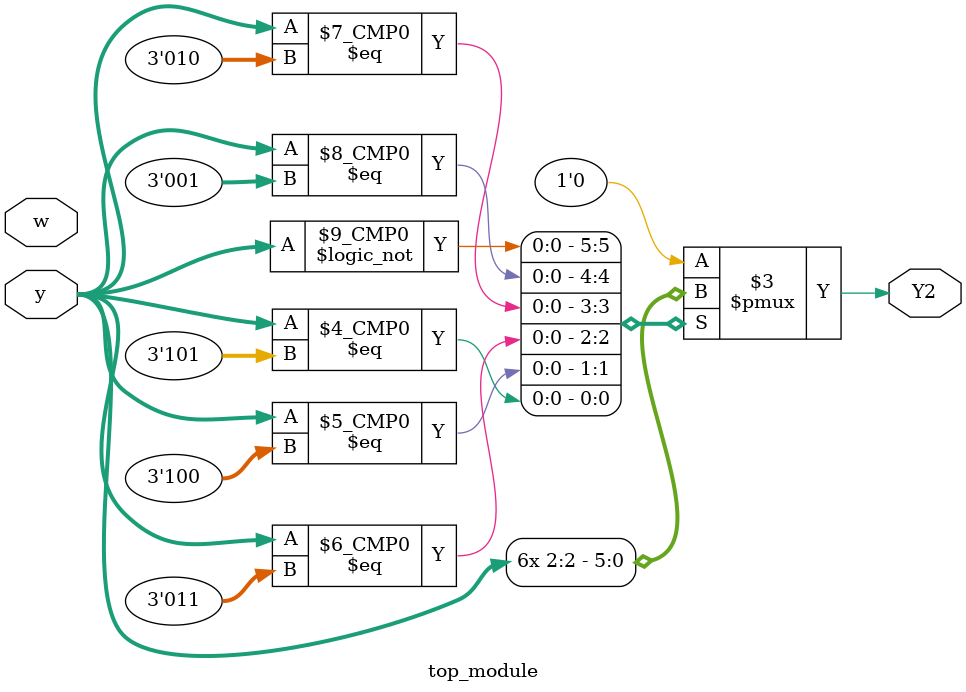
<source format=sv>
module top_module(
  input [3:1] y,
  input w,
  output reg Y2);

  always @(*) begin
    case(y)
      3'b000: Y2 = y[2];
      3'b001: Y2 = y[2];
      3'b010: Y2 = y[2];
      3'b011: Y2 = y[2];
      3'b100: Y2 = y[2];
      3'b101: Y2 = y[2];
      default: Y2 = 0;
    endcase
  end
endmodule

</source>
